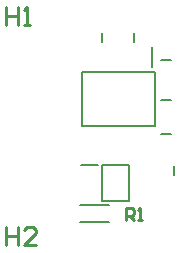
<source format=gto>
G04*
G04 #@! TF.GenerationSoftware,Altium Limited,Altium Designer,20.0.2 (26)*
G04*
G04 Layer_Color=65535*
%FSLAX25Y25*%
%MOIN*%
G70*
G01*
G75*
%ADD10C,0.00600*%
%ADD11C,0.00787*%
%ADD12C,0.01000*%
D10*
X41811Y21339D02*
Y24488D01*
X10748Y11260D02*
X20197D01*
X10748Y5748D02*
X20197D01*
X28741Y65630D02*
Y68780D01*
X37717Y35118D02*
X40866D01*
X37716Y46221D02*
X40866D01*
X37717Y59685D02*
X40866D01*
X18071Y65630D02*
Y68779D01*
D11*
X35630Y37776D02*
Y55847D01*
X11220Y37776D02*
X35630D01*
X11220D02*
Y55847D01*
X35630D01*
X34646Y57224D02*
Y63937D01*
X17992Y24646D02*
X27047D01*
Y12835D02*
Y24646D01*
X17992Y12835D02*
X27047D01*
X17992D02*
Y24646D01*
X11004Y24843D02*
X16614D01*
D12*
X25945Y6496D02*
Y10432D01*
X27913D01*
X28569Y9776D01*
Y8464D01*
X27913Y7808D01*
X25945D01*
X27257D02*
X28569Y6496D01*
X29881D02*
X31192D01*
X30537D01*
Y10432D01*
X29881Y9776D01*
X-14134Y77219D02*
Y71220D01*
Y74220D01*
X-10135D01*
Y77219D01*
Y71220D01*
X-8136D02*
X-6136D01*
X-7136D01*
Y77219D01*
X-8136Y76219D01*
X-14134Y3872D02*
Y-2126D01*
Y873D01*
X-10135D01*
Y3872D01*
Y-2126D01*
X-4137D02*
X-8136D01*
X-4137Y1873D01*
Y2872D01*
X-5137Y3872D01*
X-7136D01*
X-8136Y2872D01*
M02*

</source>
